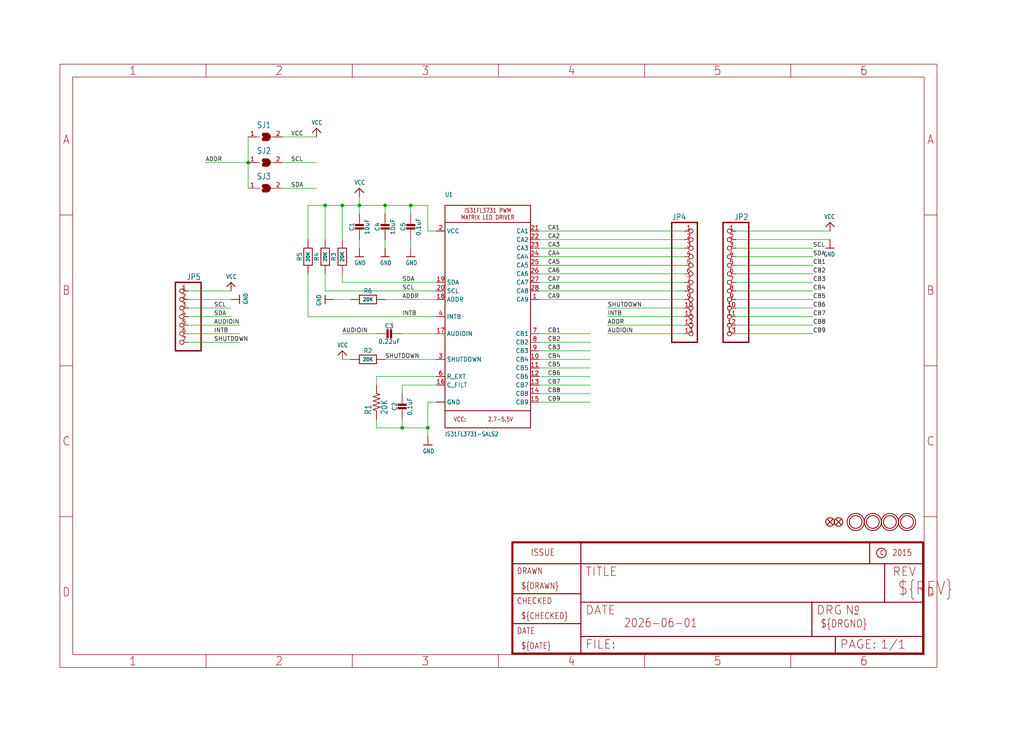
<source format=kicad_sch>
(kicad_sch (version 20230121) (generator eeschema)
  (paper "User" 303.962 217.322)
  (lib_symbols
    (symbol "working-eagle-import:CAP_CERAMIC0805-NOOUTLINE"
      (property "Reference" "C" (at -2.29 1.25 90))
      (symbol "CAP_CERAMIC0805-NOOUTLINE_1_0"
        (rectangle (start -1.27 0.508) (end 1.27 1.016) (fill (type outline)))
        (rectangle (start -1.27 1.524) (end 1.27 2.032) (fill (type outline)))
        (polyline (pts (xy 0 0.762) (xy 0 0)) (stroke (width 0.1524)))
        (polyline (pts (xy 0 2.54) (xy 0 1.778)) (stroke (width 0.1524)))
        (pin passive line (at 0 5.08 270) (length 2.54) (name "1") (number "1"))
        (pin passive line (at 0 -2.54 90) (length 2.54) (name "2") (number "2"))
      )
    )
    (symbol "working-eagle-import:FIDUCIAL{dblquote}{dblquote}"
      (symbol "FIDUCIAL{dblquote}{dblquote}_1_0"
        (polyline (pts (xy -0.762 0.762) (xy 0.762 -0.762)) (stroke (width 0.254)))
        (polyline (pts (xy 0.762 0.762) (xy -0.762 -0.762)) (stroke (width 0.254)))
        (circle (center 0 0) (radius 1.27) (stroke (width 0.254)))
      )
    )
    (symbol "working-eagle-import:FLIPFLOP-RES"
      (property "Reference" "R" (at -3.81 1.4986 0))
      (symbol "FLIPFLOP-RES_1_0"
        (polyline (pts (xy -2.54 0) (xy -2.159 1.016)) (stroke (width 0.2032)))
        (polyline (pts (xy -2.159 1.016) (xy -1.524 -1.016)) (stroke (width 0.2032)))
        (polyline (pts (xy -1.524 -1.016) (xy -0.889 1.016)) (stroke (width 0.2032)))
        (polyline (pts (xy -0.889 1.016) (xy -0.254 -1.016)) (stroke (width 0.2032)))
        (polyline (pts (xy -0.254 -1.016) (xy 0.381 1.016)) (stroke (width 0.2032)))
        (polyline (pts (xy 0.381 1.016) (xy 1.016 -1.016)) (stroke (width 0.2032)))
        (polyline (pts (xy 1.016 -1.016) (xy 1.651 1.016)) (stroke (width 0.2032)))
        (polyline (pts (xy 1.651 1.016) (xy 2.286 -1.016)) (stroke (width 0.2032)))
        (polyline (pts (xy 2.286 -1.016) (xy 2.54 0)) (stroke (width 0.2032)))
        (pin passive line (at -5.08 0 0) (length 2.54) (name "1") (number "1"))
        (pin passive line (at 5.08 0 180) (length 2.54) (name "2") (number "2"))
      )
    )
    (symbol "working-eagle-import:FRAME_A4"
      (symbol "FRAME_A4_1_0"
        (polyline (pts (xy 0 44.7675) (xy 3.81 44.7675)))
        (polyline (pts (xy 0 89.535) (xy 3.81 89.535)))
        (polyline (pts (xy 0 134.3025) (xy 3.81 134.3025)))
        (polyline (pts (xy 3.81 3.81) (xy 3.81 175.26)))
        (polyline (pts (xy 43.3917 0) (xy 43.3917 3.81)))
        (polyline (pts (xy 43.3917 175.26) (xy 43.3917 179.07)))
        (polyline (pts (xy 86.7833 0) (xy 86.7833 3.81)))
        (polyline (pts (xy 86.7833 175.26) (xy 86.7833 179.07)))
        (polyline (pts (xy 130.175 0) (xy 130.175 3.81)))
        (polyline (pts (xy 130.175 175.26) (xy 130.175 179.07)))
        (polyline (pts (xy 173.5667 0) (xy 173.5667 3.81)))
        (polyline (pts (xy 173.5667 175.26) (xy 173.5667 179.07)))
        (polyline (pts (xy 216.9583 0) (xy 216.9583 3.81)))
        (polyline (pts (xy 216.9583 175.26) (xy 216.9583 179.07)))
        (polyline (pts (xy 256.54 3.81) (xy 3.81 3.81)))
        (polyline (pts (xy 256.54 3.81) (xy 256.54 8.89)) (stroke (width 0.1016)))
        (polyline (pts (xy 256.54 3.81) (xy 256.54 175.26)))
        (polyline (pts (xy 256.54 8.89) (xy 256.54 13.97)) (stroke (width 0.1016)))
        (polyline (pts (xy 256.54 13.97) (xy 256.54 19.05)) (stroke (width 0.1016)))
        (polyline (pts (xy 256.54 19.05) (xy 256.54 36.83)) (stroke (width 0.1016)))
        (polyline (pts (xy 256.54 44.7675) (xy 260.35 44.7675)))
        (polyline (pts (xy 256.54 89.535) (xy 260.35 89.535)))
        (polyline (pts (xy 256.54 134.3025) (xy 260.35 134.3025)))
        (polyline (pts (xy 256.54 175.26) (xy 3.81 175.26)))
        (polyline (pts (xy 0 0) (xy 260.35 0) (xy 260.35 179.07) (xy 0 179.07) (xy 0 0)))
        (text "1" (at 21.6958 1.905 0) (effects (font (size 2.54 2.286))))
        (text "1" (at 21.6958 177.165 0) (effects (font (size 2.54 2.286))))
        (text "2" (at 65.0875 1.905 0) (effects (font (size 2.54 2.286))))
        (text "2" (at 65.0875 177.165 0) (effects (font (size 2.54 2.286))))
        (text "3" (at 108.4792 1.905 0) (effects (font (size 2.54 2.286))))
        (text "3" (at 108.4792 177.165 0) (effects (font (size 2.54 2.286))))
        (text "4" (at 151.8708 1.905 0) (effects (font (size 2.54 2.286))))
        (text "4" (at 151.8708 177.165 0) (effects (font (size 2.54 2.286))))
        (text "5" (at 195.2625 1.905 0) (effects (font (size 2.54 2.286))))
        (text "5" (at 195.2625 177.165 0) (effects (font (size 2.54 2.286))))
        (text "6" (at 238.6542 1.905 0) (effects (font (size 2.54 2.286))))
        (text "6" (at 238.6542 177.165 0) (effects (font (size 2.54 2.286))))
        (text "A" (at 1.905 156.6863 0) (effects (font (size 2.54 2.286))))
        (text "A" (at 258.445 156.6863 0) (effects (font (size 2.54 2.286))))
        (text "B" (at 1.905 111.9188 0) (effects (font (size 2.54 2.286))))
        (text "B" (at 258.445 111.9188 0) (effects (font (size 2.54 2.286))))
        (text "C" (at 1.905 67.1513 0) (effects (font (size 2.54 2.286))))
        (text "C" (at 258.445 67.1513 0) (effects (font (size 2.54 2.286))))
        (text "D" (at 1.905 22.3838 0) (effects (font (size 2.54 2.286))))
        (text "D" (at 258.445 22.3838 0) (effects (font (size 2.54 2.286))))
      )
      (symbol "FRAME_A4_2_0"
        (polyline (pts (xy -0.3048 1.5748) (xy 20.0152 1.5748)) (stroke (width 0.6096)))
        (polyline (pts (xy -0.3048 10.4648) (xy -0.3048 1.5748)) (stroke (width 0.6096)))
        (polyline (pts (xy -0.3048 10.4648) (xy 20.0152 10.4648)) (stroke (width 0.3048)))
        (polyline (pts (xy -0.3048 19.3548) (xy -0.3048 10.4648)) (stroke (width 0.6096)))
        (polyline (pts (xy -0.3048 19.3548) (xy 20.0152 19.3548)) (stroke (width 0.3048)))
        (polyline (pts (xy -0.3048 28.2448) (xy -0.3048 19.3548)) (stroke (width 0.6096)))
        (polyline (pts (xy -0.3048 28.2448) (xy 20.0152 28.2448)) (stroke (width 0.3048)))
        (polyline (pts (xy -0.3048 34.5948) (xy -0.3048 28.2448)) (stroke (width 0.6096)))
        (polyline (pts (xy 20.0152 1.5748) (xy 20.0152 6.6548)) (stroke (width 0.3048)))
        (polyline (pts (xy 20.0152 1.5748) (xy 95.5802 1.5748)) (stroke (width 0.6096)))
        (polyline (pts (xy 20.0152 6.6548) (xy 20.0152 10.4648)) (stroke (width 0.3048)))
        (polyline (pts (xy 20.0152 6.6548) (xy 88.5952 6.6548)) (stroke (width 0.3048)))
        (polyline (pts (xy 20.0152 10.4648) (xy 20.0152 16.8148)) (stroke (width 0.3048)))
        (polyline (pts (xy 20.0152 16.8148) (xy 20.0152 19.3548)) (stroke (width 0.3048)))
        (polyline (pts (xy 20.0152 19.3548) (xy 20.0152 28.2448)) (stroke (width 0.3048)))
        (polyline (pts (xy 20.0152 28.2448) (xy 20.0152 34.5948)) (stroke (width 0.3048)))
        (polyline (pts (xy 20.0152 28.2448) (xy 105.7402 28.2448)) (stroke (width 0.3048)))
        (polyline (pts (xy 20.0152 34.5948) (xy -0.3048 34.5948)) (stroke (width 0.6096)))
        (polyline (pts (xy 88.5952 6.6548) (xy 95.5802 6.6548)) (stroke (width 0.3048)))
        (polyline (pts (xy 88.5952 16.8148) (xy 20.0152 16.8148)) (stroke (width 0.3048)))
        (polyline (pts (xy 88.5952 16.8148) (xy 88.5952 6.6548)) (stroke (width 0.3048)))
        (polyline (pts (xy 95.5802 1.5748) (xy 121.6152 1.5748)) (stroke (width 0.6096)))
        (polyline (pts (xy 95.5802 6.6548) (xy 95.5802 1.5748)) (stroke (width 0.3048)))
        (polyline (pts (xy 95.5802 6.6548) (xy 121.6152 6.6548)) (stroke (width 0.3048)))
        (polyline (pts (xy 101.2952 13.3223) (xy 102.2477 13.3223)) (stroke (width 0.254)))
        (polyline (pts (xy 105.7402 28.2448) (xy 105.7402 34.5948)) (stroke (width 0.3048)))
        (polyline (pts (xy 105.7402 28.2448) (xy 110.1852 28.2448)) (stroke (width 0.3048)))
        (polyline (pts (xy 105.7402 34.5948) (xy 20.0152 34.5948)) (stroke (width 0.6096)))
        (polyline (pts (xy 110.1852 16.8148) (xy 88.5952 16.8148)) (stroke (width 0.3048)))
        (polyline (pts (xy 110.1852 28.2448) (xy 110.1852 16.8148)) (stroke (width 0.3048)))
        (polyline (pts (xy 110.1852 28.2448) (xy 121.6152 28.2448)) (stroke (width 0.3048)))
        (polyline (pts (xy 121.6152 6.6548) (xy 121.6152 1.5748)) (stroke (width 0.6096)))
        (polyline (pts (xy 121.6152 16.8148) (xy 110.1852 16.8148)) (stroke (width 0.3048)))
        (polyline (pts (xy 121.6152 16.8148) (xy 121.6152 6.6548)) (stroke (width 0.6096)))
        (polyline (pts (xy 121.6152 28.2448) (xy 121.6152 16.8148)) (stroke (width 0.6096)))
        (polyline (pts (xy 121.6152 34.5948) (xy 105.7402 34.5948)) (stroke (width 0.6096)))
        (polyline (pts (xy 121.6152 34.5948) (xy 121.6152 28.2448)) (stroke (width 0.6096)))
        (circle (center 109.2327 31.4198) (radius 1.4199) (stroke (width 0.254)))
        (text "${#}/${##}" (at 108.9152 2.8448 0) (effects (font (size 2.54 2.54)) (justify left bottom)))
        (text "${CHECKED}" (at 2.2352 11.7348 0) (effects (font (size 1.778 1.5113)) (justify left bottom)))
        (text "${COMPANY}" (at 23.349 29.6735 0) (effects (font (size 3.175 2.6987) (thickness 0.5397) bold) (justify left bottom)))
        (text "${CURRENT_DATE}" (at 32.7152 9.1948 0) (effects (font (size 2.54 2.159)) (justify left bottom)))
        (text "${DATE}" (at 2.2352 2.8448 0) (effects (font (size 1.778 1.5113)) (justify left bottom)))
        (text "${DRAWN}" (at 2.2352 20.6248 0) (effects (font (size 1.778 1.5113)) (justify left bottom)))
        (text "${DRGNO}" (at 91.1352 9.1948 0) (effects (font (size 2.1844 1.8567)) (justify left bottom)))
        (text "${PROJECTNAME}" (at 33.0327 2.8448 0) (effects (font (size 2.54 2.159)) (justify left bottom)))
        (text "${REV}" (at 113.9952 18.7198 0) (effects (font (size 3.81 3.2385)) (justify left bottom)))
        (text "2015" (at 112.4077 30.4673 0) (effects (font (size 1.778 1.5113)) (justify left bottom)))
        (text "C" (at 108.7564 30.7848 0) (effects (font (size 1.27 1.0795)) (justify left bottom)))
        (text "CHECKED" (at 0.9652 16.1798 0) (effects (font (size 1.778 1.5113)) (justify left bottom)))
        (text "DATE" (at 0.9652 7.2898 0) (effects (font (size 1.778 1.5113)) (justify left bottom)))
        (text "DATE" (at 21.2852 13.0048 0) (effects (font (size 2.54 2.54)) (justify left bottom)))
        (text "DRAWN" (at 0.9652 25.0698 0) (effects (font (size 1.778 1.5113)) (justify left bottom)))
        (text "DRG" (at 89.8652 13.0048 0) (effects (font (size 2.54 2.54)) (justify left bottom)))
        (text "FILE:" (at 21.2852 2.8448 0) (effects (font (size 2.54 2.54)) (justify left bottom)))
        (text "ISSUE" (at 5.0927 30.4673 0) (effects (font (size 1.9304 1.6408)) (justify left bottom)))
        (text "N" (at 98.4377 13.0048 0) (effects (font (size 2.54 2.54)) (justify left bottom)))
        (text "o" (at 100.9777 13.9573 0) (effects (font (size 2.1844 1.8567)) (justify left bottom)))
        (text "PAGE:" (at 96.8502 2.8448 0) (effects (font (size 2.54 2.54)) (justify left bottom)))
        (text "REV" (at 112.4077 24.4348 0) (effects (font (size 2.54 2.54)) (justify left bottom)))
        (text "TITLE" (at 21.2852 24.4348 0) (effects (font (size 2.54 2.54)) (justify left bottom)))
      )
    )
    (symbol "working-eagle-import:GND" (power)
      (property "Value" "GND" (at -1.524 -2.54 0))
      (symbol "GND_1_0"
        (polyline (pts (xy -1.27 0) (xy 1.27 0)) (stroke (width 0.254)))
        (pin power_in line (at 0 2.54 270) (length 2.54) (name "GND") (number "1"))
      )
    )
    (symbol "working-eagle-import:HEADER-1X13"
      (property "Reference" "JP" (at -6.35 18.415 0))
      (symbol "HEADER-1X13_1_0"
        (polyline (pts (xy -6.35 -17.78) (xy 1.27 -17.78)) (stroke (width 0.4064)))
        (polyline (pts (xy -6.35 17.78) (xy -6.35 -17.78)) (stroke (width 0.4064)))
        (polyline (pts (xy 1.27 -17.78) (xy 1.27 17.78)) (stroke (width 0.4064)))
        (polyline (pts (xy 1.27 17.78) (xy -6.35 17.78)) (stroke (width 0.4064)))
        (pin passive inverted (at -2.54 15.24 0) (length 2.54) (name "1") (number "1"))
        (pin passive inverted (at -2.54 -7.62 0) (length 2.54) (name "10") (number "10"))
        (pin passive inverted (at -2.54 -10.16 0) (length 2.54) (name "11") (number "11"))
        (pin passive inverted (at -2.54 -12.7 0) (length 2.54) (name "12") (number "12"))
        (pin passive inverted (at -2.54 -15.24 0) (length 2.54) (name "13") (number "13"))
        (pin passive inverted (at -2.54 12.7 0) (length 2.54) (name "2") (number "2"))
        (pin passive inverted (at -2.54 10.16 0) (length 2.54) (name "3") (number "3"))
        (pin passive inverted (at -2.54 7.62 0) (length 2.54) (name "4") (number "4"))
        (pin passive inverted (at -2.54 5.08 0) (length 2.54) (name "5") (number "5"))
        (pin passive inverted (at -2.54 2.54 0) (length 2.54) (name "6") (number "6"))
        (pin passive inverted (at -2.54 0 0) (length 2.54) (name "7") (number "7"))
        (pin passive inverted (at -2.54 -2.54 0) (length 2.54) (name "8") (number "8"))
        (pin passive inverted (at -2.54 -5.08 0) (length 2.54) (name "9") (number "9"))
      )
    )
    (symbol "working-eagle-import:HEADER-1X7THICKER"
      (property "Reference" "JP" (at -6.35 10.795 0))
      (symbol "HEADER-1X7THICKER_1_0"
        (polyline (pts (xy -6.35 -10.16) (xy 1.27 -10.16)) (stroke (width 0.4064)))
        (polyline (pts (xy -6.35 10.16) (xy -6.35 -10.16)) (stroke (width 0.4064)))
        (polyline (pts (xy 1.27 -10.16) (xy 1.27 10.16)) (stroke (width 0.4064)))
        (polyline (pts (xy 1.27 10.16) (xy -6.35 10.16)) (stroke (width 0.4064)))
        (pin passive inverted (at -2.54 7.62 0) (length 2.54) (name "1") (number "1"))
        (pin passive inverted (at -2.54 5.08 0) (length 2.54) (name "2") (number "2"))
        (pin passive inverted (at -2.54 2.54 0) (length 2.54) (name "3") (number "3"))
        (pin passive inverted (at -2.54 0 0) (length 2.54) (name "4") (number "4"))
        (pin passive inverted (at -2.54 -2.54 0) (length 2.54) (name "5") (number "5"))
        (pin passive inverted (at -2.54 -5.08 0) (length 2.54) (name "6") (number "6"))
        (pin passive inverted (at -2.54 -7.62 0) (length 2.54) (name "7") (number "7"))
      )
    )
    (symbol "working-eagle-import:IS31FL3731QFN"
      (property "Reference" "U" (at -12.7 35.56 0))
      (symbol "IS31FL3731QFN_1_0"
        (polyline (pts (xy -12.7 -27.94) (xy -12.7 -33.02)) (stroke (width 0.254)))
        (polyline (pts (xy -12.7 -27.94) (xy -12.7 27.94)) (stroke (width 0.254)))
        (polyline (pts (xy -12.7 27.94) (xy 12.7 27.94)) (stroke (width 0.254)))
        (polyline (pts (xy -12.7 33.02) (xy -12.7 27.94)) (stroke (width 0.254)))
        (polyline (pts (xy -12.7 33.02) (xy 12.7 33.02)) (stroke (width 0.254)))
        (polyline (pts (xy 12.7 -33.02) (xy -12.7 -33.02)) (stroke (width 0.254)))
        (polyline (pts (xy 12.7 -27.94) (xy -12.7 -27.94)) (stroke (width 0.254)))
        (polyline (pts (xy 12.7 -27.94) (xy 12.7 -33.02)) (stroke (width 0.254)))
        (polyline (pts (xy 12.7 27.94) (xy 12.7 -27.94)) (stroke (width 0.254)))
        (polyline (pts (xy 12.7 33.02) (xy 12.7 27.94)) (stroke (width 0.254)))
        (text "2.7-5.5V" (at 0 -30.48 0) (effects (font (size 1.27 1.0795)) (justify left)))
        (text "IS31FL3731 PWM\nMATRIX LED DRIVER" (at 0 30.48 0) (effects (font (size 1.27 1.0795))))
        (text "VCC:" (at -10.16 -30.48 0) (effects (font (size 1.27 1.0795)) (justify left)))
        (pin bidirectional line (at 15.24 5.08 180) (length 2.54) (name "CA9") (number "1"))
        (pin bidirectional line (at 15.24 -12.7 180) (length 2.54) (name "CB4") (number "10"))
        (pin bidirectional line (at 15.24 -15.24 180) (length 2.54) (name "CB5") (number "11"))
        (pin bidirectional line (at 15.24 -17.78 180) (length 2.54) (name "CB6") (number "12"))
        (pin bidirectional line (at 15.24 -20.32 180) (length 2.54) (name "CB7") (number "13"))
        (pin bidirectional line (at 15.24 -22.86 180) (length 2.54) (name "CB8") (number "14"))
        (pin bidirectional line (at 15.24 -25.4 180) (length 2.54) (name "CB9") (number "15"))
        (pin bidirectional line (at -15.24 -20.32 0) (length 2.54) (name "C_FILT") (number "16"))
        (pin input line (at -15.24 -5.08 0) (length 2.54) (name "AUDIOIN") (number "17"))
        (pin bidirectional line (at -15.24 5.08 0) (length 2.54) (name "ADDR") (number "18"))
        (pin bidirectional line (at -15.24 10.16 0) (length 2.54) (name "SDA") (number "19"))
        (pin power_in line (at -15.24 25.4 0) (length 2.54) (name "VCC") (number "2"))
        (pin bidirectional line (at -15.24 7.62 0) (length 2.54) (name "SCL") (number "20"))
        (pin bidirectional line (at 15.24 25.4 180) (length 2.54) (name "CA1") (number "21"))
        (pin bidirectional line (at 15.24 22.86 180) (length 2.54) (name "CA2") (number "22"))
        (pin bidirectional line (at 15.24 20.32 180) (length 2.54) (name "CA3") (number "23"))
        (pin bidirectional line (at 15.24 17.78 180) (length 2.54) (name "CA4") (number "24"))
        (pin bidirectional line (at 15.24 15.24 180) (length 2.54) (name "CA5") (number "25"))
        (pin bidirectional line (at 15.24 12.7 180) (length 2.54) (name "CA6") (number "26"))
        (pin bidirectional line (at 15.24 10.16 180) (length 2.54) (name "CA7") (number "27"))
        (pin bidirectional line (at 15.24 7.62 180) (length 2.54) (name "CA8") (number "28"))
        (pin input line (at -15.24 -12.7 0) (length 2.54) (name "SHUTDOWN") (number "3"))
        (pin output line (at -15.24 0 0) (length 2.54) (name "INTB") (number "4"))
        (pin power_in line (at -15.24 -25.4 0) (length 2.54) (name "GND") (number "5"))
        (pin bidirectional line (at -15.24 -17.78 0) (length 2.54) (name "R_EXT") (number "6"))
        (pin bidirectional line (at 15.24 -5.08 180) (length 2.54) (name "CB1") (number "7"))
        (pin bidirectional line (at 15.24 -7.62 180) (length 2.54) (name "CB2") (number "8"))
        (pin bidirectional line (at 15.24 -10.16 180) (length 2.54) (name "CB3") (number "9"))
        (pin power_in line (at -15.24 -25.4 0) (length 2.54) (name "GND") (number "THERMAL"))
      )
    )
    (symbol "working-eagle-import:MOUNTINGHOLE2.5"
      (symbol "MOUNTINGHOLE2.5_1_0"
        (circle (center 0 0) (radius 1.905) (stroke (width 0.254)))
        (circle (center 0 0) (radius 2.54) (stroke (width 0.254)))
      )
    )
    (symbol "working-eagle-import:RESISTOR0805_NOOUTLINE"
      (property "Reference" "R" (at 0 2.54 0))
      (symbol "RESISTOR0805_NOOUTLINE_1_0"
        (polyline (pts (xy -2.54 -1.27) (xy -2.54 1.27)) (stroke (width 0.254)))
        (polyline (pts (xy -2.54 1.27) (xy 2.54 1.27)) (stroke (width 0.254)))
        (polyline (pts (xy 2.54 -1.27) (xy -2.54 -1.27)) (stroke (width 0.254)))
        (polyline (pts (xy 2.54 1.27) (xy 2.54 -1.27)) (stroke (width 0.254)))
        (pin passive line (at -5.08 0 0) (length 2.54) (name "1") (number "1"))
        (pin passive line (at 5.08 0 180) (length 2.54) (name "2") (number "2"))
      )
    )
    (symbol "working-eagle-import:SOLDERJUMPER"
      (property "Reference" "SJ" (at -2.54 2.54 0))
      (symbol "SOLDERJUMPER_1_0"
        (arc (start -0.381 -0.635) (mid 0.2541 -0.0001) (end -0.3808 0.635) (stroke (width 1.27)))
        (polyline (pts (xy -2.54 0) (xy -1.651 0)) (stroke (width 0.1524)))
        (polyline (pts (xy 2.54 0) (xy 1.651 0)) (stroke (width 0.1524)))
        (arc (start 0.3808 -0.635) (mid 1.0132 -0.0001) (end 0.381 0.635) (stroke (width 1.27)))
        (pin passive line (at -5.08 0 0) (length 2.54) (name "1") (number "1"))
        (pin passive line (at 5.08 0 180) (length 2.54) (name "2") (number "2"))
      )
    )
    (symbol "working-eagle-import:VCC" (power)
      (property "Value" "VCC" (at -1.524 1.016 0))
      (symbol "VCC_1_0"
        (polyline (pts (xy -1.27 -1.27) (xy 0 0)) (stroke (width 0.254)))
        (polyline (pts (xy 0 0) (xy 1.27 -1.27)) (stroke (width 0.254)))
        (pin power_in line (at 0 -2.54 90) (length 2.54) (name "VCC") (number "1"))
      )
    )
  )
  (junction (at 119.38 127))
  (junction (at 121.92 60.96))
  (junction (at 73.66 48.26))
  (junction (at 96.52 60.96))
  (junction (at 127 127))
  (junction (at 114.3 60.96))
  (junction (at 106.68 60.96))
  (junction (at 101.6 60.96))
  (wire (pts (xy 160.02 83.82) (xy 203.2 83.82)) (stroke (width 0.1524)))
  (wire (pts (xy 180.34 93.98) (xy 203.2 93.98)) (stroke (width 0.1524)))
  (wire (pts (xy 55.88 86.36) (xy 68.58 86.36)) (stroke (width 0.1524)))
  (wire (pts (xy 160.02 116.84) (xy 175.26 116.84)) (stroke (width 0.1524)))
  (wire (pts (xy 73.66 48.26) (xy 60.96 48.26)) (stroke (width 0.1524)))
  (wire (pts (xy 127 127) (xy 127 129.54)) (stroke (width 0.1524)))
  (wire (pts (xy 96.52 86.36) (xy 96.52 81.28)) (stroke (width 0.1524)))
  (wire (pts (xy 121.92 71.12) (xy 121.92 73.66)) (stroke (width 0.1524)))
  (wire (pts (xy 160.02 99.06) (xy 175.26 99.06)) (stroke (width 0.1524)))
  (wire (pts (xy 101.6 83.82) (xy 101.6 81.28)) (stroke (width 0.1524)))
  (wire (pts (xy 129.54 111.76) (xy 111.76 111.76)) (stroke (width 0.1524)))
  (wire (pts (xy 91.44 60.96) (xy 91.44 71.12)) (stroke (width 0.1524)))
  (wire (pts (xy 203.2 99.06) (xy 180.34 99.06)) (stroke (width 0.1524)))
  (wire (pts (xy 106.68 60.96) (xy 114.3 60.96)) (stroke (width 0.1524)))
  (wire (pts (xy 83.82 48.26) (xy 93.98 48.26)) (stroke (width 0.1524)))
  (wire (pts (xy 96.52 60.96) (xy 96.52 71.12)) (stroke (width 0.1524)))
  (wire (pts (xy 218.44 88.9) (xy 241.3 88.9)) (stroke (width 0.1524)))
  (wire (pts (xy 127 119.38) (xy 127 127)) (stroke (width 0.1524)))
  (wire (pts (xy 119.38 114.3) (xy 119.38 116.84)) (stroke (width 0.1524)))
  (wire (pts (xy 129.54 99.06) (xy 119.38 99.06)) (stroke (width 0.1524)))
  (wire (pts (xy 101.6 71.12) (xy 101.6 60.96)) (stroke (width 0.1524)))
  (wire (pts (xy 114.3 71.12) (xy 114.3 73.66)) (stroke (width 0.1524)))
  (wire (pts (xy 83.82 40.64) (xy 93.98 40.64)) (stroke (width 0.1524)))
  (wire (pts (xy 160.02 101.6) (xy 175.26 101.6)) (stroke (width 0.1524)))
  (wire (pts (xy 246.38 68.58) (xy 218.44 68.58)) (stroke (width 0.1524)))
  (wire (pts (xy 129.54 106.68) (xy 114.3 106.68)) (stroke (width 0.1524)))
  (wire (pts (xy 106.68 60.96) (xy 106.68 63.5)) (stroke (width 0.1524)))
  (wire (pts (xy 111.76 111.76) (xy 111.76 114.3)) (stroke (width 0.1524)))
  (wire (pts (xy 101.6 60.96) (xy 96.52 60.96)) (stroke (width 0.1524)))
  (wire (pts (xy 111.76 127) (xy 111.76 124.46)) (stroke (width 0.1524)))
  (wire (pts (xy 111.76 99.06) (xy 101.6 99.06)) (stroke (width 0.1524)))
  (wire (pts (xy 218.44 71.12) (xy 246.38 71.12)) (stroke (width 0.1524)))
  (wire (pts (xy 241.3 91.44) (xy 218.44 91.44)) (stroke (width 0.1524)))
  (wire (pts (xy 127 60.96) (xy 127 68.58)) (stroke (width 0.1524)))
  (wire (pts (xy 160.02 86.36) (xy 203.2 86.36)) (stroke (width 0.1524)))
  (wire (pts (xy 55.88 88.9) (xy 68.58 88.9)) (stroke (width 0.1524)))
  (wire (pts (xy 55.88 101.6) (xy 71.12 101.6)) (stroke (width 0.1524)))
  (wire (pts (xy 241.3 81.28) (xy 218.44 81.28)) (stroke (width 0.1524)))
  (wire (pts (xy 203.2 96.52) (xy 180.34 96.52)) (stroke (width 0.1524)))
  (wire (pts (xy 91.44 93.98) (xy 91.44 81.28)) (stroke (width 0.1524)))
  (wire (pts (xy 129.54 88.9) (xy 114.3 88.9)) (stroke (width 0.1524)))
  (wire (pts (xy 241.3 86.36) (xy 218.44 86.36)) (stroke (width 0.1524)))
  (wire (pts (xy 218.44 78.74) (xy 241.3 78.74)) (stroke (width 0.1524)))
  (wire (pts (xy 55.88 96.52) (xy 71.12 96.52)) (stroke (width 0.1524)))
  (wire (pts (xy 160.02 88.9) (xy 203.2 88.9)) (stroke (width 0.1524)))
  (wire (pts (xy 160.02 81.28) (xy 203.2 81.28)) (stroke (width 0.1524)))
  (wire (pts (xy 160.02 76.2) (xy 203.2 76.2)) (stroke (width 0.1524)))
  (wire (pts (xy 129.54 86.36) (xy 96.52 86.36)) (stroke (width 0.1524)))
  (wire (pts (xy 73.66 40.64) (xy 73.66 48.26)) (stroke (width 0.1524)))
  (wire (pts (xy 127 68.58) (xy 129.54 68.58)) (stroke (width 0.1524)))
  (wire (pts (xy 83.82 55.88) (xy 93.98 55.88)) (stroke (width 0.1524)))
  (wire (pts (xy 55.88 93.98) (xy 68.58 93.98)) (stroke (width 0.1524)))
  (wire (pts (xy 121.92 60.96) (xy 121.92 63.5)) (stroke (width 0.1524)))
  (wire (pts (xy 160.02 73.66) (xy 203.2 73.66)) (stroke (width 0.1524)))
  (wire (pts (xy 218.44 83.82) (xy 241.3 83.82)) (stroke (width 0.1524)))
  (wire (pts (xy 119.38 127) (xy 119.38 124.46)) (stroke (width 0.1524)))
  (wire (pts (xy 218.44 73.66) (xy 241.3 73.66)) (stroke (width 0.1524)))
  (wire (pts (xy 218.44 93.98) (xy 241.3 93.98)) (stroke (width 0.1524)))
  (wire (pts (xy 160.02 68.58) (xy 203.2 68.58)) (stroke (width 0.1524)))
  (wire (pts (xy 55.88 91.44) (xy 68.58 91.44)) (stroke (width 0.1524)))
  (wire (pts (xy 96.52 60.96) (xy 91.44 60.96)) (stroke (width 0.1524)))
  (wire (pts (xy 129.54 114.3) (xy 119.38 114.3)) (stroke (width 0.1524)))
  (wire (pts (xy 160.02 106.68) (xy 175.26 106.68)) (stroke (width 0.1524)))
  (wire (pts (xy 129.54 119.38) (xy 127 119.38)) (stroke (width 0.1524)))
  (wire (pts (xy 160.02 71.12) (xy 203.2 71.12)) (stroke (width 0.1524)))
  (wire (pts (xy 71.12 99.06) (xy 55.88 99.06)) (stroke (width 0.1524)))
  (wire (pts (xy 160.02 119.38) (xy 175.26 119.38)) (stroke (width 0.1524)))
  (wire (pts (xy 101.6 60.96) (xy 106.68 60.96)) (stroke (width 0.1524)))
  (wire (pts (xy 241.3 96.52) (xy 218.44 96.52)) (stroke (width 0.1524)))
  (wire (pts (xy 160.02 114.3) (xy 175.26 114.3)) (stroke (width 0.1524)))
  (wire (pts (xy 127 127) (xy 119.38 127)) (stroke (width 0.1524)))
  (wire (pts (xy 160.02 111.76) (xy 175.26 111.76)) (stroke (width 0.1524)))
  (wire (pts (xy 121.92 60.96) (xy 127 60.96)) (stroke (width 0.1524)))
  (wire (pts (xy 106.68 58.42) (xy 106.68 60.96)) (stroke (width 0.1524)))
  (wire (pts (xy 104.14 106.68) (xy 101.6 106.68)) (stroke (width 0.1524)))
  (wire (pts (xy 114.3 60.96) (xy 121.92 60.96)) (stroke (width 0.1524)))
  (wire (pts (xy 218.44 99.06) (xy 241.3 99.06)) (stroke (width 0.1524)))
  (wire (pts (xy 129.54 83.82) (xy 101.6 83.82)) (stroke (width 0.1524)))
  (wire (pts (xy 160.02 109.22) (xy 175.26 109.22)) (stroke (width 0.1524)))
  (wire (pts (xy 160.02 104.14) (xy 175.26 104.14)) (stroke (width 0.1524)))
  (wire (pts (xy 106.68 71.12) (xy 106.68 73.66)) (stroke (width 0.1524)))
  (wire (pts (xy 119.38 127) (xy 111.76 127)) (stroke (width 0.1524)))
  (wire (pts (xy 203.2 91.44) (xy 180.34 91.44)) (stroke (width 0.1524)))
  (wire (pts (xy 99.06 88.9) (xy 104.14 88.9)) (stroke (width 0.1524)))
  (wire (pts (xy 241.3 76.2) (xy 218.44 76.2)) (stroke (width 0.1524)))
  (wire (pts (xy 129.54 93.98) (xy 91.44 93.98)) (stroke (width 0.1524)))
  (wire (pts (xy 114.3 60.96) (xy 114.3 63.5)) (stroke (width 0.1524)))
  (wire (pts (xy 160.02 78.74) (xy 203.2 78.74)) (stroke (width 0.1524)))
  (wire (pts (xy 73.66 48.26) (xy 73.66 55.88)) (stroke (width 0.1524)))
  (label "ADDR" (at 180.34 96.52 0) (effects (font (size 1.2446 1.2446))))
  (label "ADDR" (at 60.96 48.26 0) (effects (font (size 1.2446 1.2446))))
  (label "SCL" (at 119.38 86.36 0) (effects (font (size 1.2446 1.2446))))
  (label "CB4" (at 162.56 106.68 0) (effects (font (size 1.2446 1.2446))))
  (label "CA7" (at 162.56 83.82 0) (effects (font (size 1.2446 1.2446))))
  (label "SDA" (at 86.36 55.88 0) (effects (font (size 1.2446 1.2446))))
  (label "CB9" (at 162.56 119.38 0) (effects (font (size 1.2446 1.2446))))
  (label "CB2" (at 241.3 81.28 0) (effects (font (size 1.2446 1.2446))))
  (label "SCL" (at 63.5 91.44 0) (effects (font (size 1.2446 1.2446))))
  (label "CB4" (at 241.3 86.36 0) (effects (font (size 1.2446 1.2446))))
  (label "SCL" (at 241.3 73.66 0) (effects (font (size 1.2446 1.2446))))
  (label "AUDIOIN" (at 63.5 96.52 0) (effects (font (size 1.2446 1.2446))))
  (label "CA9" (at 162.56 88.9 0) (effects (font (size 1.2446 1.2446))))
  (label "CA8" (at 162.56 86.36 0) (effects (font (size 1.2446 1.2446))))
  (label "SHUTDOWN" (at 114.3 106.68 0) (effects (font (size 1.2446 1.2446))))
  (label "CA2" (at 162.56 71.12 0) (effects (font (size 1.2446 1.2446))))
  (label "SHUTDOWN" (at 180.34 91.44 0) (effects (font (size 1.2446 1.2446))))
  (label "SDA" (at 63.5 93.98 0) (effects (font (size 1.2446 1.2446))))
  (label "CB3" (at 162.56 104.14 0) (effects (font (size 1.2446 1.2446))))
  (label "CA4" (at 162.56 76.2 0) (effects (font (size 1.2446 1.2446))))
  (label "CB7" (at 162.56 114.3 0) (effects (font (size 1.2446 1.2446))))
  (label "SCL" (at 86.36 48.26 0) (effects (font (size 1.2446 1.2446))))
  (label "CA1" (at 162.56 68.58 0) (effects (font (size 1.2446 1.2446))))
  (label "INTB" (at 63.5 99.06 0) (effects (font (size 1.2446 1.2446))))
  (label "CB9" (at 241.3 99.06 0) (effects (font (size 1.2446 1.2446))))
  (label "CA5" (at 162.56 78.74 0) (effects (font (size 1.2446 1.2446))))
  (label "INTB" (at 180.34 93.98 0) (effects (font (size 1.2446 1.2446))))
  (label "CB2" (at 162.56 101.6 0) (effects (font (size 1.2446 1.2446))))
  (label "CA6" (at 162.56 81.28 0) (effects (font (size 1.2446 1.2446))))
  (label "CB5" (at 241.3 88.9 0) (effects (font (size 1.2446 1.2446))))
  (label "SDA" (at 241.3 76.2 0) (effects (font (size 1.2446 1.2446))))
  (label "CB3" (at 241.3 83.82 0) (effects (font (size 1.2446 1.2446))))
  (label "SDA" (at 119.38 83.82 0) (effects (font (size 1.2446 1.2446))))
  (label "CB7" (at 241.3 93.98 0) (effects (font (size 1.2446 1.2446))))
  (label "AUDIOIN" (at 101.6 99.06 0) (effects (font (size 1.2446 1.2446))))
  (label "CB8" (at 241.3 96.52 0) (effects (font (size 1.2446 1.2446))))
  (label "CA3" (at 162.56 73.66 0) (effects (font (size 1.2446 1.2446))))
  (label "CB6" (at 162.56 111.76 0) (effects (font (size 1.2446 1.2446))))
  (label "ADDR" (at 119.38 88.9 0) (effects (font (size 1.2446 1.2446))))
  (label "CB6" (at 241.3 91.44 0) (effects (font (size 1.2446 1.2446))))
  (label "AUDIOIN" (at 180.34 99.06 0) (effects (font (size 1.2446 1.2446))))
  (label "CB1" (at 241.3 78.74 0) (effects (font (size 1.2446 1.2446))))
  (label "CB5" (at 162.56 109.22 0) (effects (font (size 1.2446 1.2446))))
  (label "CB8" (at 162.56 116.84 0) (effects (font (size 1.2446 1.2446))))
  (label "VCC" (at 86.36 40.64 0) (effects (font (size 1.2446 1.2446))))
  (label "INTB" (at 119.38 93.98 0) (effects (font (size 1.2446 1.2446))))
  (label "SHUTDOWN" (at 63.5 101.6 0) (effects (font (size 1.2446 1.2446))))
  (label "CB1" (at 162.56 99.06 0) (effects (font (size 1.2446 1.2446))))
  (symbol (lib_id "working-eagle-import:GND") (at 106.68 76.2 0) (unit 1)
    (property "Reference" "#U$1" (effects hide))
    (property "Value" "GND" (at 105.156 78.74 0) (effects (font (size 1.27 1.0795)) (justify left bottom)))
  )
  (symbol (lib_id "working-eagle-import:MOUNTINGHOLE2.5") (at 269.24 154.94 0) (unit 1)
    (property "Reference" "U$3" (effects hide))
    (property "Value" "MOUNTINGHOLE2.5" (effects hide))
    (property "Footprint" "working:MOUNTINGHOLE_2.5_PLATED" (effects hide))
  )
  (symbol (lib_id "working-eagle-import:CAP_CERAMIC0805-NOOUTLINE") (at 106.68 68.58 0) (unit 1)
    (property "Reference" "C1" (at 104.39 67.33 90))
    (property "Value" "10uF" (at 108.98 67.33 90))
    (property "Footprint" "working:0805-NO" (effects hide))
  )
  (symbol (lib_id "working-eagle-import:FIDUCIAL{dblquote}{dblquote}") (at 246.38 154.94 0) (unit 1)
    (property "Reference" "FID2" (effects hide))
    (property "Value" "FIDUCIAL{dblquote}{dblquote}" (effects hide))
    (property "Footprint" "working:FIDUCIAL_1MM" (effects hide))
  )
  (symbol (lib_id "working-eagle-import:IS31FL3731QFN") (at 144.78 93.98 0) (unit 1)
    (property "Reference" "U1" (at 132.08 58.42 0) (effects (font (size 1.27 1.0795)) (justify left bottom)))
    (property "Value" "IS31FL3731-SALS2" (at 132.08 129.54 0) (effects (font (size 1.27 1.0795)) (justify left bottom)))
    (property "Footprint" "working:QFN28_4MM_0.4MM" (effects hide))
  )
  (symbol (lib_id "working-eagle-import:MOUNTINGHOLE2.5") (at 254 154.94 0) (unit 1)
    (property "Reference" "U$6" (effects hide))
    (property "Value" "MOUNTINGHOLE2.5" (effects hide))
    (property "Footprint" "working:MOUNTINGHOLE_2.5_PLATED" (effects hide))
  )
  (symbol (lib_id "working-eagle-import:GND") (at 121.92 76.2 0) (unit 1)
    (property "Reference" "#U$13" (effects hide))
    (property "Value" "GND" (at 120.396 78.74 0) (effects (font (size 1.27 1.0795)) (justify left bottom)))
  )
  (symbol (lib_id "working-eagle-import:GND") (at 246.38 73.66 0) (mirror y) (unit 1)
    (property "Reference" "#U$9" (effects hide))
    (property "Value" "GND" (at 247.904 76.2 0) (effects (font (size 1.27 1.0795)) (justify left bottom)))
  )
  (symbol (lib_id "working-eagle-import:SOLDERJUMPER") (at 78.74 48.26 0) (unit 1)
    (property "Reference" "SJ2" (at 76.2 45.72 0) (effects (font (size 1.778 1.5113)) (justify left bottom)))
    (property "Value" "SOLDERJUMPER" (effects hide))
    (property "Footprint" "working:SOLDERJUMPER_ARROW_NOPASTE" (effects hide))
  )
  (symbol (lib_id "working-eagle-import:FIDUCIAL{dblquote}{dblquote}") (at 248.92 154.94 0) (unit 1)
    (property "Reference" "FID1" (effects hide))
    (property "Value" "FIDUCIAL{dblquote}{dblquote}" (effects hide))
    (property "Footprint" "working:FIDUCIAL_1MM" (effects hide))
  )
  (symbol (lib_id "working-eagle-import:VCC") (at 246.38 66.04 0) (mirror y) (unit 1)
    (property "Reference" "#P+2" (effects hide))
    (property "Value" "VCC" (at 247.904 65.024 0) (effects (font (size 1.27 1.0795)) (justify left bottom)))
  )
  (symbol (lib_id "working-eagle-import:HEADER-1X13") (at 215.9 83.82 0) (mirror y) (unit 1)
    (property "Reference" "JP2" (at 222.25 65.405 0) (effects (font (size 1.778 1.5113)) (justify left bottom)))
    (property "Value" "HEADER-1X13" (effects hide))
    (property "Footprint" "working:1X13_ROUND_70" (effects hide))
  )
  (symbol (lib_id "working-eagle-import:RESISTOR0805_NOOUTLINE") (at 109.22 88.9 0) (unit 1)
    (property "Reference" "R6" (at 109.22 86.36 0))
    (property "Value" "20K" (at 109.22 88.9 0) (effects (font (size 1.016 1.016) bold)))
    (property "Footprint" "working:0805-NO" (effects hide))
  )
  (symbol (lib_id "working-eagle-import:SOLDERJUMPER") (at 78.74 40.64 0) (unit 1)
    (property "Reference" "SJ1" (at 76.2 38.1 0) (effects (font (size 1.778 1.5113)) (justify left bottom)))
    (property "Value" "SOLDERJUMPER" (effects hide))
    (property "Footprint" "working:SOLDERJUMPER_ARROW_NOPASTE" (effects hide))
  )
  (symbol (lib_id "working-eagle-import:HEADER-1X13") (at 205.74 83.82 0) (unit 1)
    (property "Reference" "JP4" (at 199.39 65.405 0) (effects (font (size 1.778 1.5113)) (justify left bottom)))
    (property "Value" "HEADER-1X13" (effects hide))
    (property "Footprint" "working:1X13_ROUND_70" (effects hide))
  )
  (symbol (lib_id "working-eagle-import:RESISTOR0805_NOOUTLINE") (at 101.6 76.2 90) (unit 1)
    (property "Reference" "R3" (at 99.06 76.2 0))
    (property "Value" "20K" (at 101.6 76.2 0) (effects (font (size 1.016 1.016) bold)))
    (property "Footprint" "working:0805-NO" (effects hide))
  )
  (symbol (lib_id "working-eagle-import:VCC") (at 106.68 55.88 0) (unit 1)
    (property "Reference" "#P+1" (effects hide))
    (property "Value" "VCC" (at 105.156 54.864 0) (effects (font (size 1.27 1.0795)) (justify left bottom)))
  )
  (symbol (lib_id "working-eagle-import:VCC") (at 93.98 38.1 0) (unit 1)
    (property "Reference" "#P+3" (effects hide))
    (property "Value" "VCC" (at 92.456 37.084 0) (effects (font (size 1.27 1.0795)) (justify left bottom)))
  )
  (symbol (lib_id "working-eagle-import:GND") (at 114.3 76.2 0) (unit 1)
    (property "Reference" "#U$12" (effects hide))
    (property "Value" "GND" (at 112.776 78.74 0) (effects (font (size 1.27 1.0795)) (justify left bottom)))
  )
  (symbol (lib_id "working-eagle-import:RESISTOR0805_NOOUTLINE") (at 96.52 76.2 90) (unit 1)
    (property "Reference" "R4" (at 93.98 76.2 0))
    (property "Value" "20K" (at 96.52 76.2 0) (effects (font (size 1.016 1.016) bold)))
    (property "Footprint" "working:0805-NO" (effects hide))
  )
  (symbol (lib_id "working-eagle-import:VCC") (at 68.58 83.82 0) (unit 1)
    (property "Reference" "#P+4" (effects hide))
    (property "Value" "VCC" (at 67.056 82.804 0) (effects (font (size 1.27 1.0795)) (justify left bottom)))
  )
  (symbol (lib_id "working-eagle-import:MOUNTINGHOLE2.5") (at 259.08 154.94 0) (unit 1)
    (property "Reference" "U$5" (effects hide))
    (property "Value" "MOUNTINGHOLE2.5" (effects hide))
    (property "Footprint" "working:MOUNTINGHOLE_2.5_PLATED" (effects hide))
  )
  (symbol (lib_id "working-eagle-import:RESISTOR0805_NOOUTLINE") (at 91.44 76.2 90) (unit 1)
    (property "Reference" "R5" (at 88.9 76.2 0))
    (property "Value" "20K" (at 91.44 76.2 0) (effects (font (size 1.016 1.016) bold)))
    (property "Footprint" "working:0805-NO" (effects hide))
  )
  (symbol (lib_id "working-eagle-import:VCC") (at 101.6 104.14 0) (unit 1)
    (property "Reference" "#P+5" (effects hide))
    (property "Value" "VCC" (at 100.076 103.124 0) (effects (font (size 1.27 1.0795)) (justify left bottom)))
  )
  (symbol (lib_id "working-eagle-import:GND") (at 71.12 88.9 90) (unit 1)
    (property "Reference" "#U$7" (effects hide))
    (property "Value" "GND" (at 73.66 90.424 0) (effects (font (size 1.27 1.0795)) (justify left bottom)))
  )
  (symbol (lib_id "working-eagle-import:CAP_CERAMIC0805-NOOUTLINE") (at 114.3 68.58 0) (unit 1)
    (property "Reference" "C4" (at 112.01 67.33 90))
    (property "Value" "10uF" (at 116.6 67.33 90))
    (property "Footprint" "working:0805-NO" (effects hide))
  )
  (symbol (lib_id "working-eagle-import:GND") (at 96.52 88.9 270) (unit 1)
    (property "Reference" "#U$8" (effects hide))
    (property "Value" "GND" (at 93.98 87.376 0) (effects (font (size 1.27 1.0795)) (justify left bottom)))
  )
  (symbol (lib_id "working-eagle-import:SOLDERJUMPER") (at 78.74 55.88 0) (unit 1)
    (property "Reference" "SJ3" (at 76.2 53.34 0) (effects (font (size 1.778 1.5113)) (justify left bottom)))
    (property "Value" "SOLDERJUMPER" (effects hide))
    (property "Footprint" "working:SOLDERJUMPER_ARROW_NOPASTE" (effects hide))
  )
  (symbol (lib_id "working-eagle-import:FRAME_A4") (at 152.4 195.58 0) (unit 2)
    (property "Reference" "#FRAME1" (effects hide))
    (property "Value" "FRAME_A4" (effects hide))
  )
  (symbol (lib_id "working-eagle-import:MOUNTINGHOLE2.5") (at 264.16 154.94 0) (unit 1)
    (property "Reference" "U$4" (effects hide))
    (property "Value" "MOUNTINGHOLE2.5" (effects hide))
    (property "Footprint" "working:MOUNTINGHOLE_2.5_PLATED" (effects hide))
  )
  (symbol (lib_id "working-eagle-import:FRAME_A4") (at 17.78 198.12 0) (unit 1)
    (property "Reference" "#FRAME1" (effects hide))
    (property "Value" "FRAME_A4" (effects hide))
  )
  (symbol (lib_id "working-eagle-import:HEADER-1X7THICKER") (at 53.34 93.98 0) (mirror y) (unit 1)
    (property "Reference" "JP5" (at 59.69 83.185 0) (effects (font (size 1.778 1.5113)) (justify left bottom)))
    (property "Value" "HEADER-1X7THICKER" (effects hide))
    (property "Footprint" "working:1X07_ROUND_76" (effects hide))
  )
  (symbol (lib_id "working-eagle-import:CAP_CERAMIC0805-NOOUTLINE") (at 121.92 68.58 0) (unit 1)
    (property "Reference" "C5" (at 119.63 67.33 90))
    (property "Value" "0.1uF" (at 124.22 67.33 90))
    (property "Footprint" "working:0805-NO" (effects hide))
  )
  (symbol (lib_id "working-eagle-import:CAP_CERAMIC0805-NOOUTLINE") (at 114.3 99.06 270) (unit 1)
    (property "Reference" "C3" (at 115.55 96.77 90))
    (property "Value" "0.22uF" (at 115.55 101.36 90))
    (property "Footprint" "working:0805-NO" (effects hide))
  )
  (symbol (lib_id "working-eagle-import:GND") (at 127 132.08 0) (unit 1)
    (property "Reference" "#U$2" (effects hide))
    (property "Value" "GND" (at 125.476 134.62 0) (effects (font (size 1.27 1.0795)) (justify left bottom)))
  )
  (symbol (lib_id "working-eagle-import:CAP_CERAMIC0805-NOOUTLINE") (at 119.38 121.92 0) (unit 1)
    (property "Reference" "C2" (at 117.09 120.67 90))
    (property "Value" "0.1uF" (at 121.68 120.67 90))
    (property "Footprint" "working:0805-NO" (effects hide))
  )
  (symbol (lib_id "working-eagle-import:FLIPFLOP-RES") (at 111.76 119.38 90) (unit 1)
    (property "Reference" "R1" (at 110.2614 123.19 0) (effects (font (size 1.778 1.5113)) (justify left bottom)))
    (property "Value" "20K" (at 115.062 123.19 0) (effects (font (size 1.778 1.5113)) (justify left bottom)))
    (property "Footprint" "working:0805-THM" (effects hide))
  )
  (symbol (lib_id "working-eagle-import:RESISTOR0805_NOOUTLINE") (at 109.22 106.68 0) (unit 1)
    (property "Reference" "R2" (at 109.22 104.14 0))
    (property "Value" "20K" (at 109.22 106.68 0) (effects (font (size 1.016 1.016) bold)))
    (property "Footprint" "working:0805-NO" (effects hide))
  )
)
</source>
